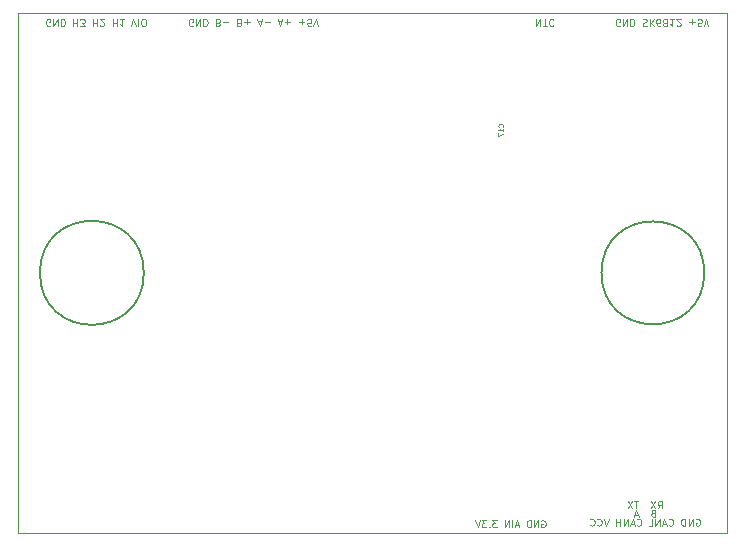
<source format=gbo>
G04 #@! TF.GenerationSoftware,KiCad,Pcbnew,5.1.2*
G04 #@! TF.CreationDate,2019-05-22T13:07:44+02:00*
G04 #@! TF.ProjectId,PAC5523,50414335-3532-4332-9e6b-696361645f70,rev?*
G04 #@! TF.SameCoordinates,Original*
G04 #@! TF.FileFunction,Legend,Bot*
G04 #@! TF.FilePolarity,Positive*
%FSLAX46Y46*%
G04 Gerber Fmt 4.6, Leading zero omitted, Abs format (unit mm)*
G04 Created by KiCad (PCBNEW 5.1.2) date 2019-05-22 13:07:44*
%MOMM*%
%LPD*%
G04 APERTURE LIST*
%ADD10C,0.100000*%
%ADD11C,0.150000*%
%ADD12C,0.050000*%
G04 APERTURE END LIST*
D10*
X22714285Y-24070000D02*
X22657142Y-24098571D01*
X22571428Y-24098571D01*
X22485714Y-24070000D01*
X22428571Y-24012857D01*
X22400000Y-23955714D01*
X22371428Y-23841428D01*
X22371428Y-23755714D01*
X22400000Y-23641428D01*
X22428571Y-23584285D01*
X22485714Y-23527142D01*
X22571428Y-23498571D01*
X22628571Y-23498571D01*
X22714285Y-23527142D01*
X22742857Y-23555714D01*
X22742857Y-23755714D01*
X22628571Y-23755714D01*
X23000000Y-23498571D02*
X23000000Y-24098571D01*
X23342857Y-23498571D01*
X23342857Y-24098571D01*
X23628571Y-23498571D02*
X23628571Y-24098571D01*
X23771428Y-24098571D01*
X23857142Y-24070000D01*
X23914285Y-24012857D01*
X23942857Y-23955714D01*
X23971428Y-23841428D01*
X23971428Y-23755714D01*
X23942857Y-23641428D01*
X23914285Y-23584285D01*
X23857142Y-23527142D01*
X23771428Y-23498571D01*
X23628571Y-23498571D01*
X24685714Y-23498571D02*
X24685714Y-24098571D01*
X24685714Y-23812857D02*
X25028571Y-23812857D01*
X25028571Y-23498571D02*
X25028571Y-24098571D01*
X25257142Y-24098571D02*
X25628571Y-24098571D01*
X25428571Y-23870000D01*
X25514285Y-23870000D01*
X25571428Y-23841428D01*
X25600000Y-23812857D01*
X25628571Y-23755714D01*
X25628571Y-23612857D01*
X25600000Y-23555714D01*
X25571428Y-23527142D01*
X25514285Y-23498571D01*
X25342857Y-23498571D01*
X25285714Y-23527142D01*
X25257142Y-23555714D01*
X26342857Y-23498571D02*
X26342857Y-24098571D01*
X26342857Y-23812857D02*
X26685714Y-23812857D01*
X26685714Y-23498571D02*
X26685714Y-24098571D01*
X26942857Y-24041428D02*
X26971428Y-24070000D01*
X27028571Y-24098571D01*
X27171428Y-24098571D01*
X27228571Y-24070000D01*
X27257142Y-24041428D01*
X27285714Y-23984285D01*
X27285714Y-23927142D01*
X27257142Y-23841428D01*
X26914285Y-23498571D01*
X27285714Y-23498571D01*
X28000000Y-23498571D02*
X28000000Y-24098571D01*
X28000000Y-23812857D02*
X28342857Y-23812857D01*
X28342857Y-23498571D02*
X28342857Y-24098571D01*
X28942857Y-23498571D02*
X28600000Y-23498571D01*
X28771428Y-23498571D02*
X28771428Y-24098571D01*
X28714285Y-24012857D01*
X28657142Y-23955714D01*
X28600000Y-23927142D01*
X29571428Y-24098571D02*
X29771428Y-23498571D01*
X29971428Y-24098571D01*
X30171428Y-23498571D02*
X30171428Y-24098571D01*
X30571428Y-24098571D02*
X30685714Y-24098571D01*
X30742857Y-24070000D01*
X30800000Y-24012857D01*
X30828571Y-23898571D01*
X30828571Y-23698571D01*
X30800000Y-23584285D01*
X30742857Y-23527142D01*
X30685714Y-23498571D01*
X30571428Y-23498571D01*
X30514285Y-23527142D01*
X30457142Y-23584285D01*
X30428571Y-23698571D01*
X30428571Y-23898571D01*
X30457142Y-24012857D01*
X30514285Y-24070000D01*
X30571428Y-24098571D01*
X34785714Y-24080000D02*
X34728571Y-24108571D01*
X34642857Y-24108571D01*
X34557142Y-24080000D01*
X34500000Y-24022857D01*
X34471428Y-23965714D01*
X34442857Y-23851428D01*
X34442857Y-23765714D01*
X34471428Y-23651428D01*
X34500000Y-23594285D01*
X34557142Y-23537142D01*
X34642857Y-23508571D01*
X34700000Y-23508571D01*
X34785714Y-23537142D01*
X34814285Y-23565714D01*
X34814285Y-23765714D01*
X34700000Y-23765714D01*
X35071428Y-23508571D02*
X35071428Y-24108571D01*
X35414285Y-23508571D01*
X35414285Y-24108571D01*
X35700000Y-23508571D02*
X35700000Y-24108571D01*
X35842857Y-24108571D01*
X35928571Y-24080000D01*
X35985714Y-24022857D01*
X36014285Y-23965714D01*
X36042857Y-23851428D01*
X36042857Y-23765714D01*
X36014285Y-23651428D01*
X35985714Y-23594285D01*
X35928571Y-23537142D01*
X35842857Y-23508571D01*
X35700000Y-23508571D01*
X36957142Y-23822857D02*
X37042857Y-23794285D01*
X37071428Y-23765714D01*
X37100000Y-23708571D01*
X37100000Y-23622857D01*
X37071428Y-23565714D01*
X37042857Y-23537142D01*
X36985714Y-23508571D01*
X36757142Y-23508571D01*
X36757142Y-24108571D01*
X36957142Y-24108571D01*
X37014285Y-24080000D01*
X37042857Y-24051428D01*
X37071428Y-23994285D01*
X37071428Y-23937142D01*
X37042857Y-23880000D01*
X37014285Y-23851428D01*
X36957142Y-23822857D01*
X36757142Y-23822857D01*
X37357142Y-23737142D02*
X37814285Y-23737142D01*
X38757142Y-23822857D02*
X38842857Y-23794285D01*
X38871428Y-23765714D01*
X38900000Y-23708571D01*
X38900000Y-23622857D01*
X38871428Y-23565714D01*
X38842857Y-23537142D01*
X38785714Y-23508571D01*
X38557142Y-23508571D01*
X38557142Y-24108571D01*
X38757142Y-24108571D01*
X38814285Y-24080000D01*
X38842857Y-24051428D01*
X38871428Y-23994285D01*
X38871428Y-23937142D01*
X38842857Y-23880000D01*
X38814285Y-23851428D01*
X38757142Y-23822857D01*
X38557142Y-23822857D01*
X39157142Y-23737142D02*
X39614285Y-23737142D01*
X39385714Y-23508571D02*
X39385714Y-23965714D01*
X40328571Y-23680000D02*
X40614285Y-23680000D01*
X40271428Y-23508571D02*
X40471428Y-24108571D01*
X40671428Y-23508571D01*
X40871428Y-23737142D02*
X41328571Y-23737142D01*
X42042857Y-23680000D02*
X42328571Y-23680000D01*
X41985714Y-23508571D02*
X42185714Y-24108571D01*
X42385714Y-23508571D01*
X42585714Y-23737142D02*
X43042857Y-23737142D01*
X42814285Y-23508571D02*
X42814285Y-23965714D01*
X43785714Y-23737142D02*
X44242857Y-23737142D01*
X44014285Y-23508571D02*
X44014285Y-23965714D01*
X44814285Y-24108571D02*
X44528571Y-24108571D01*
X44500000Y-23822857D01*
X44528571Y-23851428D01*
X44585714Y-23880000D01*
X44728571Y-23880000D01*
X44785714Y-23851428D01*
X44814285Y-23822857D01*
X44842857Y-23765714D01*
X44842857Y-23622857D01*
X44814285Y-23565714D01*
X44785714Y-23537142D01*
X44728571Y-23508571D01*
X44585714Y-23508571D01*
X44528571Y-23537142D01*
X44500000Y-23565714D01*
X45014285Y-24108571D02*
X45214285Y-23508571D01*
X45414285Y-24108571D01*
X63890000Y-23508571D02*
X63890000Y-24108571D01*
X64232857Y-23508571D01*
X64232857Y-24108571D01*
X64432857Y-24108571D02*
X64775714Y-24108571D01*
X64604285Y-23508571D02*
X64604285Y-24108571D01*
X65318571Y-23565714D02*
X65290000Y-23537142D01*
X65204285Y-23508571D01*
X65147142Y-23508571D01*
X65061428Y-23537142D01*
X65004285Y-23594285D01*
X64975714Y-23651428D01*
X64947142Y-23765714D01*
X64947142Y-23851428D01*
X64975714Y-23965714D01*
X65004285Y-24022857D01*
X65061428Y-24080000D01*
X65147142Y-24108571D01*
X65204285Y-24108571D01*
X65290000Y-24080000D01*
X65318571Y-24051428D01*
X70932857Y-24080000D02*
X70875714Y-24108571D01*
X70790000Y-24108571D01*
X70704285Y-24080000D01*
X70647142Y-24022857D01*
X70618571Y-23965714D01*
X70590000Y-23851428D01*
X70590000Y-23765714D01*
X70618571Y-23651428D01*
X70647142Y-23594285D01*
X70704285Y-23537142D01*
X70790000Y-23508571D01*
X70847142Y-23508571D01*
X70932857Y-23537142D01*
X70961428Y-23565714D01*
X70961428Y-23765714D01*
X70847142Y-23765714D01*
X71218571Y-23508571D02*
X71218571Y-24108571D01*
X71561428Y-23508571D01*
X71561428Y-24108571D01*
X71847142Y-23508571D02*
X71847142Y-24108571D01*
X71990000Y-24108571D01*
X72075714Y-24080000D01*
X72132857Y-24022857D01*
X72161428Y-23965714D01*
X72190000Y-23851428D01*
X72190000Y-23765714D01*
X72161428Y-23651428D01*
X72132857Y-23594285D01*
X72075714Y-23537142D01*
X71990000Y-23508571D01*
X71847142Y-23508571D01*
X72875714Y-23537142D02*
X72961428Y-23508571D01*
X73104285Y-23508571D01*
X73161428Y-23537142D01*
X73190000Y-23565714D01*
X73218571Y-23622857D01*
X73218571Y-23680000D01*
X73190000Y-23737142D01*
X73161428Y-23765714D01*
X73104285Y-23794285D01*
X72990000Y-23822857D01*
X72932857Y-23851428D01*
X72904285Y-23880000D01*
X72875714Y-23937142D01*
X72875714Y-23994285D01*
X72904285Y-24051428D01*
X72932857Y-24080000D01*
X72990000Y-24108571D01*
X73132857Y-24108571D01*
X73218571Y-24080000D01*
X73475714Y-23508571D02*
X73475714Y-24108571D01*
X73818571Y-23508571D02*
X73561428Y-23851428D01*
X73818571Y-24108571D02*
X73475714Y-23765714D01*
X74332857Y-24108571D02*
X74218571Y-24108571D01*
X74161428Y-24080000D01*
X74132857Y-24051428D01*
X74075714Y-23965714D01*
X74047142Y-23851428D01*
X74047142Y-23622857D01*
X74075714Y-23565714D01*
X74104285Y-23537142D01*
X74161428Y-23508571D01*
X74275714Y-23508571D01*
X74332857Y-23537142D01*
X74361428Y-23565714D01*
X74390000Y-23622857D01*
X74390000Y-23765714D01*
X74361428Y-23822857D01*
X74332857Y-23851428D01*
X74275714Y-23880000D01*
X74161428Y-23880000D01*
X74104285Y-23851428D01*
X74075714Y-23822857D01*
X74047142Y-23765714D01*
X74732857Y-23851428D02*
X74675714Y-23880000D01*
X74647142Y-23908571D01*
X74618571Y-23965714D01*
X74618571Y-23994285D01*
X74647142Y-24051428D01*
X74675714Y-24080000D01*
X74732857Y-24108571D01*
X74847142Y-24108571D01*
X74904285Y-24080000D01*
X74932857Y-24051428D01*
X74961428Y-23994285D01*
X74961428Y-23965714D01*
X74932857Y-23908571D01*
X74904285Y-23880000D01*
X74847142Y-23851428D01*
X74732857Y-23851428D01*
X74675714Y-23822857D01*
X74647142Y-23794285D01*
X74618571Y-23737142D01*
X74618571Y-23622857D01*
X74647142Y-23565714D01*
X74675714Y-23537142D01*
X74732857Y-23508571D01*
X74847142Y-23508571D01*
X74904285Y-23537142D01*
X74932857Y-23565714D01*
X74961428Y-23622857D01*
X74961428Y-23737142D01*
X74932857Y-23794285D01*
X74904285Y-23822857D01*
X74847142Y-23851428D01*
X75532857Y-23508571D02*
X75190000Y-23508571D01*
X75361428Y-23508571D02*
X75361428Y-24108571D01*
X75304285Y-24022857D01*
X75247142Y-23965714D01*
X75190000Y-23937142D01*
X75761428Y-24051428D02*
X75790000Y-24080000D01*
X75847142Y-24108571D01*
X75990000Y-24108571D01*
X76047142Y-24080000D01*
X76075714Y-24051428D01*
X76104285Y-23994285D01*
X76104285Y-23937142D01*
X76075714Y-23851428D01*
X75732857Y-23508571D01*
X76104285Y-23508571D01*
X76818571Y-23737142D02*
X77275714Y-23737142D01*
X77047142Y-23508571D02*
X77047142Y-23965714D01*
X77847142Y-24108571D02*
X77561428Y-24108571D01*
X77532857Y-23822857D01*
X77561428Y-23851428D01*
X77618571Y-23880000D01*
X77761428Y-23880000D01*
X77818571Y-23851428D01*
X77847142Y-23822857D01*
X77875714Y-23765714D01*
X77875714Y-23622857D01*
X77847142Y-23565714D01*
X77818571Y-23537142D01*
X77761428Y-23508571D01*
X77618571Y-23508571D01*
X77561428Y-23537142D01*
X77532857Y-23565714D01*
X78047142Y-24108571D02*
X78247142Y-23508571D01*
X78447142Y-24108571D01*
X74161428Y-64931428D02*
X74361428Y-64645714D01*
X74504285Y-64931428D02*
X74504285Y-64331428D01*
X74275714Y-64331428D01*
X74218571Y-64360000D01*
X74190000Y-64388571D01*
X74161428Y-64445714D01*
X74161428Y-64531428D01*
X74190000Y-64588571D01*
X74218571Y-64617142D01*
X74275714Y-64645714D01*
X74504285Y-64645714D01*
X73961428Y-64331428D02*
X73561428Y-64931428D01*
X73561428Y-64331428D02*
X73961428Y-64931428D01*
X72504285Y-64331428D02*
X72161428Y-64331428D01*
X72332857Y-64931428D02*
X72332857Y-64331428D01*
X72018571Y-64331428D02*
X71618571Y-64931428D01*
X71618571Y-64331428D02*
X72018571Y-64931428D01*
X73761428Y-65337142D02*
X73675714Y-65365714D01*
X73647142Y-65394285D01*
X73618571Y-65451428D01*
X73618571Y-65537142D01*
X73647142Y-65594285D01*
X73675714Y-65622857D01*
X73732857Y-65651428D01*
X73961428Y-65651428D01*
X73961428Y-65051428D01*
X73761428Y-65051428D01*
X73704285Y-65080000D01*
X73675714Y-65108571D01*
X73647142Y-65165714D01*
X73647142Y-65222857D01*
X73675714Y-65280000D01*
X73704285Y-65308571D01*
X73761428Y-65337142D01*
X73961428Y-65337142D01*
X72475714Y-65480000D02*
X72190000Y-65480000D01*
X72532857Y-65651428D02*
X72332857Y-65051428D01*
X72132857Y-65651428D01*
X77400000Y-65830000D02*
X77457142Y-65801428D01*
X77542857Y-65801428D01*
X77628571Y-65830000D01*
X77685714Y-65887142D01*
X77714285Y-65944285D01*
X77742857Y-66058571D01*
X77742857Y-66144285D01*
X77714285Y-66258571D01*
X77685714Y-66315714D01*
X77628571Y-66372857D01*
X77542857Y-66401428D01*
X77485714Y-66401428D01*
X77400000Y-66372857D01*
X77371428Y-66344285D01*
X77371428Y-66144285D01*
X77485714Y-66144285D01*
X77114285Y-66401428D02*
X77114285Y-65801428D01*
X76771428Y-66401428D01*
X76771428Y-65801428D01*
X76485714Y-66401428D02*
X76485714Y-65801428D01*
X76342857Y-65801428D01*
X76257142Y-65830000D01*
X76200000Y-65887142D01*
X76171428Y-65944285D01*
X76142857Y-66058571D01*
X76142857Y-66144285D01*
X76171428Y-66258571D01*
X76200000Y-66315714D01*
X76257142Y-66372857D01*
X76342857Y-66401428D01*
X76485714Y-66401428D01*
X75085714Y-66344285D02*
X75114285Y-66372857D01*
X75200000Y-66401428D01*
X75257142Y-66401428D01*
X75342857Y-66372857D01*
X75400000Y-66315714D01*
X75428571Y-66258571D01*
X75457142Y-66144285D01*
X75457142Y-66058571D01*
X75428571Y-65944285D01*
X75400000Y-65887142D01*
X75342857Y-65830000D01*
X75257142Y-65801428D01*
X75200000Y-65801428D01*
X75114285Y-65830000D01*
X75085714Y-65858571D01*
X74857142Y-66230000D02*
X74571428Y-66230000D01*
X74914285Y-66401428D02*
X74714285Y-65801428D01*
X74514285Y-66401428D01*
X74314285Y-66401428D02*
X74314285Y-65801428D01*
X73971428Y-66401428D01*
X73971428Y-65801428D01*
X73400000Y-66401428D02*
X73685714Y-66401428D01*
X73685714Y-65801428D01*
X72400000Y-66344285D02*
X72428571Y-66372857D01*
X72514285Y-66401428D01*
X72571428Y-66401428D01*
X72657142Y-66372857D01*
X72714285Y-66315714D01*
X72742857Y-66258571D01*
X72771428Y-66144285D01*
X72771428Y-66058571D01*
X72742857Y-65944285D01*
X72714285Y-65887142D01*
X72657142Y-65830000D01*
X72571428Y-65801428D01*
X72514285Y-65801428D01*
X72428571Y-65830000D01*
X72400000Y-65858571D01*
X72171428Y-66230000D02*
X71885714Y-66230000D01*
X72228571Y-66401428D02*
X72028571Y-65801428D01*
X71828571Y-66401428D01*
X71628571Y-66401428D02*
X71628571Y-65801428D01*
X71285714Y-66401428D01*
X71285714Y-65801428D01*
X71000000Y-66401428D02*
X71000000Y-65801428D01*
X71000000Y-66087142D02*
X70657142Y-66087142D01*
X70657142Y-66401428D02*
X70657142Y-65801428D01*
X70000000Y-65801428D02*
X69800000Y-66401428D01*
X69600000Y-65801428D01*
X69057142Y-66344285D02*
X69085714Y-66372857D01*
X69171428Y-66401428D01*
X69228571Y-66401428D01*
X69314285Y-66372857D01*
X69371428Y-66315714D01*
X69400000Y-66258571D01*
X69428571Y-66144285D01*
X69428571Y-66058571D01*
X69400000Y-65944285D01*
X69371428Y-65887142D01*
X69314285Y-65830000D01*
X69228571Y-65801428D01*
X69171428Y-65801428D01*
X69085714Y-65830000D01*
X69057142Y-65858571D01*
X68457142Y-66344285D02*
X68485714Y-66372857D01*
X68571428Y-66401428D01*
X68628571Y-66401428D01*
X68714285Y-66372857D01*
X68771428Y-66315714D01*
X68800000Y-66258571D01*
X68828571Y-66144285D01*
X68828571Y-66058571D01*
X68800000Y-65944285D01*
X68771428Y-65887142D01*
X68714285Y-65830000D01*
X68628571Y-65801428D01*
X68571428Y-65801428D01*
X68485714Y-65830000D01*
X68457142Y-65858571D01*
X64320000Y-65980000D02*
X64377142Y-65951428D01*
X64462857Y-65951428D01*
X64548571Y-65980000D01*
X64605714Y-66037142D01*
X64634285Y-66094285D01*
X64662857Y-66208571D01*
X64662857Y-66294285D01*
X64634285Y-66408571D01*
X64605714Y-66465714D01*
X64548571Y-66522857D01*
X64462857Y-66551428D01*
X64405714Y-66551428D01*
X64320000Y-66522857D01*
X64291428Y-66494285D01*
X64291428Y-66294285D01*
X64405714Y-66294285D01*
X64034285Y-66551428D02*
X64034285Y-65951428D01*
X63691428Y-66551428D01*
X63691428Y-65951428D01*
X63405714Y-66551428D02*
X63405714Y-65951428D01*
X63262857Y-65951428D01*
X63177142Y-65980000D01*
X63120000Y-66037142D01*
X63091428Y-66094285D01*
X63062857Y-66208571D01*
X63062857Y-66294285D01*
X63091428Y-66408571D01*
X63120000Y-66465714D01*
X63177142Y-66522857D01*
X63262857Y-66551428D01*
X63405714Y-66551428D01*
X62377142Y-66380000D02*
X62091428Y-66380000D01*
X62434285Y-66551428D02*
X62234285Y-65951428D01*
X62034285Y-66551428D01*
X61834285Y-66551428D02*
X61834285Y-65951428D01*
X61548571Y-66551428D02*
X61548571Y-65951428D01*
X61205714Y-66551428D01*
X61205714Y-65951428D01*
X60520000Y-65951428D02*
X60148571Y-65951428D01*
X60348571Y-66180000D01*
X60262857Y-66180000D01*
X60205714Y-66208571D01*
X60177142Y-66237142D01*
X60148571Y-66294285D01*
X60148571Y-66437142D01*
X60177142Y-66494285D01*
X60205714Y-66522857D01*
X60262857Y-66551428D01*
X60434285Y-66551428D01*
X60491428Y-66522857D01*
X60520000Y-66494285D01*
X59891428Y-66494285D02*
X59862857Y-66522857D01*
X59891428Y-66551428D01*
X59920000Y-66522857D01*
X59891428Y-66494285D01*
X59891428Y-66551428D01*
X59662857Y-65951428D02*
X59291428Y-65951428D01*
X59491428Y-66180000D01*
X59405714Y-66180000D01*
X59348571Y-66208571D01*
X59320000Y-66237142D01*
X59291428Y-66294285D01*
X59291428Y-66437142D01*
X59320000Y-66494285D01*
X59348571Y-66522857D01*
X59405714Y-66551428D01*
X59577142Y-66551428D01*
X59634285Y-66522857D01*
X59662857Y-66494285D01*
X59120000Y-65951428D02*
X58920000Y-66551428D01*
X58720000Y-65951428D01*
D11*
X30650284Y-45000000D02*
G75*
G03X30650284Y-45000000I-4400284J0D01*
G01*
X78104595Y-45000000D02*
G75*
G03X78104595Y-45000000I-4354595J0D01*
G01*
D12*
X20000000Y-23000000D02*
X80000000Y-23000000D01*
X20000000Y-67000000D02*
X20000000Y-23000000D01*
X80000000Y-67000000D02*
X20000000Y-67000000D01*
X80000000Y-23000000D02*
X80000000Y-67000000D01*
D10*
X61032857Y-32642857D02*
X61051904Y-32623809D01*
X61070952Y-32566666D01*
X61070952Y-32528571D01*
X61051904Y-32471428D01*
X61013809Y-32433333D01*
X60975714Y-32414285D01*
X60899523Y-32395238D01*
X60842380Y-32395238D01*
X60766190Y-32414285D01*
X60728095Y-32433333D01*
X60690000Y-32471428D01*
X60670952Y-32528571D01*
X60670952Y-32566666D01*
X60690000Y-32623809D01*
X60709047Y-32642857D01*
X61070952Y-33023809D02*
X61070952Y-32795238D01*
X61070952Y-32909523D02*
X60670952Y-32909523D01*
X60728095Y-32871428D01*
X60766190Y-32833333D01*
X60785238Y-32795238D01*
X60670952Y-33157142D02*
X60670952Y-33423809D01*
X61070952Y-33252380D01*
M02*

</source>
